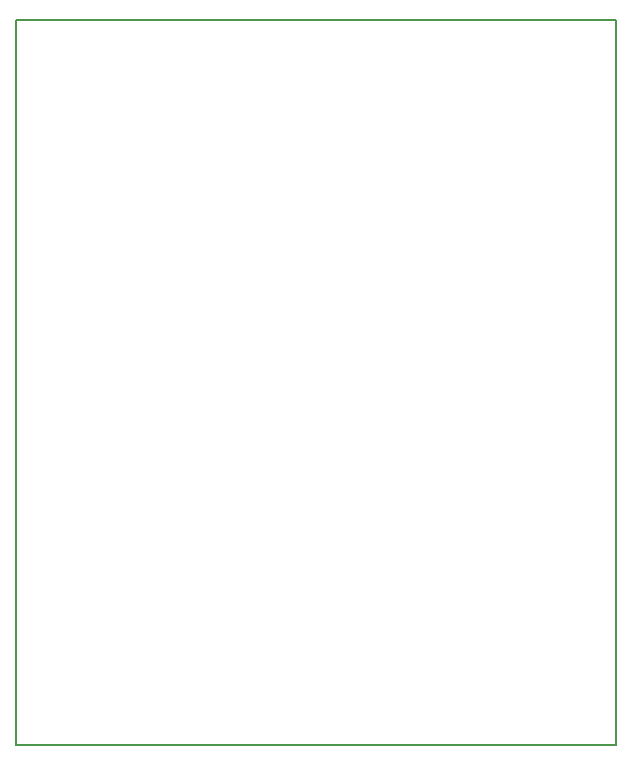
<source format=gbr>
G04 #@! TF.FileFunction,Other,User*
%FSLAX46Y46*%
G04 Gerber Fmt 4.6, Leading zero omitted, Abs format (unit mm)*
G04 Created by KiCad (PCBNEW 4.0.5) date 04/05/17 16:01:20*
%MOMM*%
%LPD*%
G01*
G04 APERTURE LIST*
%ADD10C,0.025400*%
%ADD11C,0.200000*%
G04 APERTURE END LIST*
D10*
D11*
X0Y0D02*
X0Y61391800D01*
X50800000Y0D02*
X0Y0D01*
X50800000Y61391800D02*
X50800000Y0D01*
X0Y61391800D02*
X50800000Y61391800D01*
M02*

</source>
